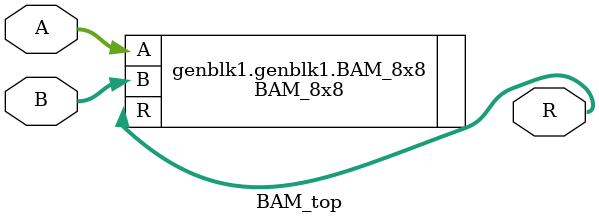
<source format=v>


// Company: iCAS Lab, University of South Carolina
// Engineer: Mohammed E. Elbtity
// Create Date: 06/25/2023 01:53:07 AM
// Design Name: 
// Module Name: BAM_top
// Project Name: 
// Target Devices: 
// Tool Versions: 
// Description: 
// 
// Dependencies: 
// 
// Revision:
// Revision 0.01 - File Created
// Additional Comments:
// 
//////////////////////////////////////////////////////////////////////////////////

`timescale 1ns / 1ps


module BAM_top #(parameter DW = 8,WW = 8 ,max_bw = (DW>WW)? DW:WW, LOG2_WIDTH =$clog2(max_bw), VBL = 1)

( input    [DW-1:0] 	 A,
  input    [WW-1:0]      B, 
  output   [(DW+WW)-1:0] R       
) ;


generate 
    if(max_bw == 'd16)
        BAM_16x16 #(.LOG2_WIDTH(LOG2_WIDTH),.VBL(VBL )) BAM_16x16 ( .A(A),.B(B),.R(R));

    else if(max_bw == 'd8)
        BAM_8x8 #(.LOG2_WIDTH(LOG2_WIDTH),.VBL(VBL )) BAM_8x8 (.A(A),.B(B),.R(R) );
 
    else if(max_bw == 'd4)
        BAM_4x4 #(.LOG2_WIDTH(LOG2_WIDTH),.VBL(VBL )) BAM_4x4 (.A(A),.B(B),.R(R));
endgenerate


endmodule

</source>
